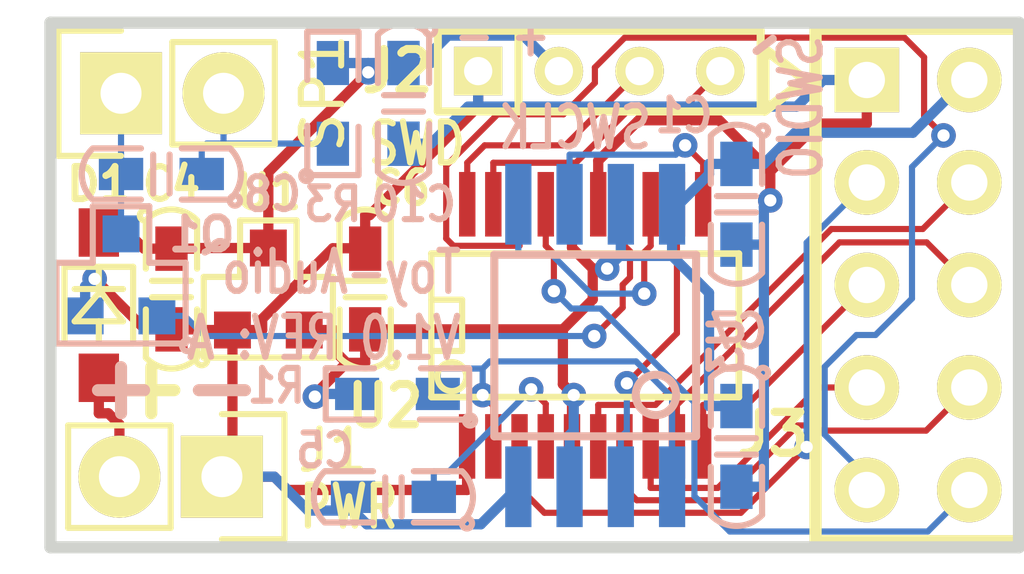
<source format=kicad_pcb>
(kicad_pcb (version 4) (host pcbnew 4.0.0-rc2-stable)

  (general
    (links 50)
    (no_connects 0)
    (area 93.5726 87.0998 122.2752 104.405971)
    (thickness 1.6)
    (drawings 15)
    (tracks 258)
    (zones 0)
    (modules 18)
    (nets 23)
  )

  (page A4)
  (layers
    (0 F.Cu signal hide)
    (31 B.Cu signal)
    (32 B.Adhes user)
    (33 F.Adhes user)
    (34 B.Paste user)
    (35 F.Paste user)
    (36 B.SilkS user)
    (37 F.SilkS user hide)
    (38 B.Mask user)
    (39 F.Mask user)
    (40 Dwgs.User user)
    (41 Cmts.User user)
    (42 Eco1.User user)
    (43 Eco2.User user)
    (44 Edge.Cuts user)
    (45 Margin user)
    (46 B.CrtYd user)
    (47 F.CrtYd user)
    (48 B.Fab user)
    (49 F.Fab user)
  )

  (setup
    (last_trace_width 0.1524)
    (trace_clearance 0.1524)
    (zone_clearance 0.508)
    (zone_45_only no)
    (trace_min 0.1524)
    (segment_width 0.2)
    (edge_width 0.3)
    (via_size 0.6096)
    (via_drill 0.3048)
    (via_min_size 0.6096)
    (via_min_drill 0.3048)
    (uvia_size 0.3)
    (uvia_drill 0.1)
    (uvias_allowed no)
    (uvia_min_size 0.2)
    (uvia_min_drill 0.1)
    (pcb_text_width 0.3)
    (pcb_text_size 1.5 1.5)
    (mod_edge_width 0.2)
    (mod_text_size 1 1)
    (mod_text_width 0.15)
    (pad_size 0.50038 1.7)
    (pad_drill 0.6)
    (pad_to_mask_clearance 0)
    (aux_axis_origin 169 103)
    (grid_origin 169 103)
    (visible_elements 7FFEBFFF)
    (pcbplotparams
      (layerselection 0x000f0_80000001)
      (usegerberextensions true)
      (excludeedgelayer true)
      (linewidth 0.100000)
      (plotframeref false)
      (viasonmask false)
      (mode 1)
      (useauxorigin true)
      (hpglpennumber 1)
      (hpglpenspeed 20)
      (hpglpendiameter 15)
      (hpglpenoverlay 2)
      (psnegative false)
      (psa4output false)
      (plotreference true)
      (plotvalue false)
      (plotinvisibletext false)
      (padsonsilk false)
      (subtractmaskfromsilk true)
      (outputformat 1)
      (mirror false)
      (drillshape 0)
      (scaleselection 1)
      (outputdirectory Gerber/))
  )

  (net 0 "")
  (net 1 GND)
  (net 2 VCC)
  (net 3 VDD)
  (net 4 "Net-(C8-Pad1)")
  (net 5 "Net-(C8-Pad2)")
  (net 6 "Net-(D1-PadA)")
  (net 7 /SWCLK)
  (net 8 /SWDIO)
  (net 9 /SDA1)
  (net 10 /SCL1)
  (net 11 /UART2_EN)
  (net 12 /USART2_CTS)
  (net 13 /USART2_CK)
  (net 14 /USART2_RX)
  (net 15 /USART2_TX)
  (net 16 /USART2_RTS)
  (net 17 /PWM)
  (net 18 /~CS-FL)
  (net 19 /SCK1)
  (net 20 /MISO1)
  (net 21 /MOSI1)
  (net 22 "Net-(C5-Pad1)")

  (net_class Default "Dit is de standaard class."
    (clearance 0.1524)
    (trace_width 0.1524)
    (via_dia 0.6096)
    (via_drill 0.3048)
    (uvia_dia 0.3)
    (uvia_drill 0.1)
    (add_net /MISO1)
    (add_net /MOSI1)
    (add_net /PWM)
    (add_net /SCK1)
    (add_net /SCL1)
    (add_net /SDA1)
    (add_net /SWCLK)
    (add_net /SWDIO)
    (add_net /UART2_EN)
    (add_net /USART2_CK)
    (add_net /USART2_CTS)
    (add_net /USART2_RTS)
    (add_net /USART2_RX)
    (add_net /USART2_TX)
    (add_net /~CS-FL)
    (add_net "Net-(C5-Pad1)")
    (add_net "Net-(C8-Pad1)")
    (add_net "Net-(C8-Pad2)")
  )

  (net_class PWR ""
    (clearance 0.1524)
    (trace_width 0.254)
    (via_dia 0.6096)
    (via_drill 0.3048)
    (uvia_dia 0.3)
    (uvia_drill 0.1)
    (add_net GND)
    (add_net "Net-(D1-PadA)")
    (add_net VCC)
    (add_net VDD)
  )

  (module MvdL:C0603 (layer F.Cu) (tedit 55EE03CC) (tstamp 55EDFFDA)
    (at 99 96.6 270)
    (path /55EEE893)
    (attr smd)
    (fp_text reference C4 (at -2.6 0 360) (layer F.SilkS)
      (effects (font (size 0.8128 0.7112) (thickness 0.1524)))
    )
    (fp_text value 10u (at 0.0254 1.143 270) (layer F.Fab)
      (effects (font (size 0.50038 0.50038) (thickness 0.10922)))
    )
    (fp_line (start 0.2032 -0.4826) (end 0.2032 0.4826) (layer F.SilkS) (width 0.1524))
    (fp_line (start -0.2032 -0.4826) (end -0.2032 0.4826) (layer F.SilkS) (width 0.1524))
    (fp_line (start 0.5064 -0.635) (end 1.7002 -0.635) (layer F.SilkS) (width 0.1524))
    (fp_line (start 0.5064 0.635) (end 1.7002 0.635) (layer F.SilkS) (width 0.1524))
    (fp_arc (start 1.0906 0) (end 1.7002 0.635) (angle -90) (layer F.SilkS) (width 0.1524))
    (fp_arc (start -1.0906 0) (end -1.7002 0.635) (angle 90) (layer F.SilkS) (width 0.1524))
    (fp_line (start -0.5064 0.635) (end -1.7002 0.635) (layer F.SilkS) (width 0.1524))
    (fp_line (start -0.5064 -0.635) (end -1.7002 -0.635) (layer F.SilkS) (width 0.1524))
    (fp_circle (center -1.8224 0.658) (end -1.8224 0.531) (layer F.SilkS) (width 0.1524))
    (pad 1 smd rect (at -1 0 270) (size 1.1 0.8) (layers F.Cu F.Paste F.Mask)
      (net 2 VCC) (clearance 0.1524))
    (pad 2 smd rect (at 1 0 270) (size 1.1 0.8) (layers F.Cu F.Paste F.Mask)
      (net 1 GND) (clearance 0.1524))
    (model smd/chip_cms.wrl
      (at (xyz 0 0 0))
      (scale (xyz 0.1 0.1 0.1))
      (rotate (xyz 0 0 0))
    )
  )

  (module MvdL:C0603 (layer B.Cu) (tedit 55EF3857) (tstamp 55EDFFE0)
    (at 104.5 101.75 180)
    (path /55EEED18)
    (attr smd)
    (fp_text reference C5 (at 1.7 1.15 180) (layer B.SilkS)
      (effects (font (size 0.8128 0.7112) (thickness 0.1524)) (justify mirror))
    )
    (fp_text value 100n (at 0.0254 -1.143 180) (layer B.Fab)
      (effects (font (size 0.50038 0.50038) (thickness 0.10922)) (justify mirror))
    )
    (fp_line (start 0.2032 0.4826) (end 0.2032 -0.4826) (layer B.SilkS) (width 0.1524))
    (fp_line (start -0.2032 0.4826) (end -0.2032 -0.4826) (layer B.SilkS) (width 0.1524))
    (fp_line (start 0.5064 0.635) (end 1.7002 0.635) (layer B.SilkS) (width 0.1524))
    (fp_line (start 0.5064 -0.635) (end 1.7002 -0.635) (layer B.SilkS) (width 0.1524))
    (fp_arc (start 1.0906 0) (end 1.7002 -0.635) (angle 90) (layer B.SilkS) (width 0.1524))
    (fp_arc (start -1.0906 0) (end -1.7002 -0.635) (angle -90) (layer B.SilkS) (width 0.1524))
    (fp_line (start -0.5064 -0.635) (end -1.7002 -0.635) (layer B.SilkS) (width 0.1524))
    (fp_line (start -0.5064 0.635) (end -1.7002 0.635) (layer B.SilkS) (width 0.1524))
    (fp_circle (center -1.8224 -0.658) (end -1.8224 -0.531) (layer B.SilkS) (width 0.1524))
    (pad 1 smd rect (at -1 0 180) (size 1.1 0.8) (layers B.Cu B.Paste B.Mask)
      (net 22 "Net-(C5-Pad1)") (clearance 0.1524))
    (pad 2 smd rect (at 1 0 180) (size 1.1 0.8) (layers B.Cu B.Paste B.Mask)
      (net 1 GND) (clearance 0.1524))
    (model smd/chip_cms.wrl
      (at (xyz 0 0 0))
      (scale (xyz 0.1 0.1 0.1))
      (rotate (xyz 0 0 0))
    )
  )

  (module MvdL:C0603 (layer F.Cu) (tedit 55F1E250) (tstamp 55EDFFE6)
    (at 103.8 96.6 90)
    (path /55EEE9C5)
    (attr smd)
    (fp_text reference C6 (at 2.5 0.9 180) (layer F.SilkS)
      (effects (font (size 0.8128 0.7112) (thickness 0.1524)))
    )
    (fp_text value 1u (at 0.0254 1.143 90) (layer F.Fab)
      (effects (font (size 0.50038 0.50038) (thickness 0.10922)))
    )
    (fp_line (start 0.2032 -0.4826) (end 0.2032 0.4826) (layer F.SilkS) (width 0.1524))
    (fp_line (start -0.2032 -0.4826) (end -0.2032 0.4826) (layer F.SilkS) (width 0.1524))
    (fp_line (start 0.5064 -0.635) (end 1.7002 -0.635) (layer F.SilkS) (width 0.1524))
    (fp_line (start 0.5064 0.635) (end 1.7002 0.635) (layer F.SilkS) (width 0.1524))
    (fp_arc (start 1.0906 0) (end 1.7002 0.635) (angle -90) (layer F.SilkS) (width 0.1524))
    (fp_arc (start -1.0906 0) (end -1.7002 0.635) (angle 90) (layer F.SilkS) (width 0.1524))
    (fp_line (start -0.5064 0.635) (end -1.7002 0.635) (layer F.SilkS) (width 0.1524))
    (fp_line (start -0.5064 -0.635) (end -1.7002 -0.635) (layer F.SilkS) (width 0.1524))
    (fp_circle (center -1.8224 0.658) (end -1.8224 0.531) (layer F.SilkS) (width 0.1524))
    (pad 1 smd rect (at -1 0 90) (size 1.1 0.8) (layers F.Cu F.Paste F.Mask)
      (net 3 VDD) (clearance 0.1524))
    (pad 2 smd rect (at 1 0 90) (size 1.1 0.8) (layers F.Cu F.Paste F.Mask)
      (net 1 GND) (clearance 0.1524))
    (model smd/chip_cms.wrl
      (at (xyz 0 0 0))
      (scale (xyz 0.1 0.1 0.1))
      (rotate (xyz 0 0 0))
    )
  )

  (module MvdL:C0603 (layer B.Cu) (tedit 55EEB3DE) (tstamp 55EDFFEC)
    (at 113 100.5 270)
    (path /55D300C8)
    (attr smd)
    (fp_text reference C7 (at -2.85 -0.05 540) (layer B.SilkS)
      (effects (font (size 0.8128 0.7112) (thickness 0.1524)) (justify mirror))
    )
    (fp_text value 10u (at 0.0254 -1.143 270) (layer B.Fab)
      (effects (font (size 0.50038 0.50038) (thickness 0.10922)) (justify mirror))
    )
    (fp_line (start 0.2032 0.4826) (end 0.2032 -0.4826) (layer B.SilkS) (width 0.1524))
    (fp_line (start -0.2032 0.4826) (end -0.2032 -0.4826) (layer B.SilkS) (width 0.1524))
    (fp_line (start 0.5064 0.635) (end 1.7002 0.635) (layer B.SilkS) (width 0.1524))
    (fp_line (start 0.5064 -0.635) (end 1.7002 -0.635) (layer B.SilkS) (width 0.1524))
    (fp_arc (start 1.0906 0) (end 1.7002 -0.635) (angle 90) (layer B.SilkS) (width 0.1524))
    (fp_arc (start -1.0906 0) (end -1.7002 -0.635) (angle -90) (layer B.SilkS) (width 0.1524))
    (fp_line (start -0.5064 -0.635) (end -1.7002 -0.635) (layer B.SilkS) (width 0.1524))
    (fp_line (start -0.5064 0.635) (end -1.7002 0.635) (layer B.SilkS) (width 0.1524))
    (fp_circle (center -1.8224 -0.658) (end -1.8224 -0.531) (layer B.SilkS) (width 0.1524))
    (pad 1 smd rect (at -1 0 270) (size 1.1 0.8) (layers B.Cu B.Paste B.Mask)
      (net 3 VDD) (clearance 0.1524))
    (pad 2 smd rect (at 1 0 270) (size 1.1 0.8) (layers B.Cu B.Paste B.Mask)
      (net 1 GND) (clearance 0.1524))
    (model smd/chip_cms.wrl
      (at (xyz 0 0 0))
      (scale (xyz 0.1 0.1 0.1))
      (rotate (xyz 0 0 0))
    )
  )

  (module MvdL:C0603 (layer B.Cu) (tedit 55EEB3CB) (tstamp 55EDFFF2)
    (at 98.75 93.75 180)
    (path /55EC5984)
    (attr smd)
    (fp_text reference C8 (at -2.75 -0.5 180) (layer B.SilkS)
      (effects (font (size 0.8128 0.7112) (thickness 0.1524)) (justify mirror))
    )
    (fp_text value 22nF (at 0.0254 -1.143 180) (layer B.Fab)
      (effects (font (size 0.50038 0.50038) (thickness 0.10922)) (justify mirror))
    )
    (fp_line (start 0.2032 0.4826) (end 0.2032 -0.4826) (layer B.SilkS) (width 0.1524))
    (fp_line (start -0.2032 0.4826) (end -0.2032 -0.4826) (layer B.SilkS) (width 0.1524))
    (fp_line (start 0.5064 0.635) (end 1.7002 0.635) (layer B.SilkS) (width 0.1524))
    (fp_line (start 0.5064 -0.635) (end 1.7002 -0.635) (layer B.SilkS) (width 0.1524))
    (fp_arc (start 1.0906 0) (end 1.7002 -0.635) (angle 90) (layer B.SilkS) (width 0.1524))
    (fp_arc (start -1.0906 0) (end -1.7002 -0.635) (angle -90) (layer B.SilkS) (width 0.1524))
    (fp_line (start -0.5064 -0.635) (end -1.7002 -0.635) (layer B.SilkS) (width 0.1524))
    (fp_line (start -0.5064 0.635) (end -1.7002 0.635) (layer B.SilkS) (width 0.1524))
    (fp_circle (center -1.8224 -0.658) (end -1.8224 -0.531) (layer B.SilkS) (width 0.1524))
    (pad 1 smd rect (at -1 0 180) (size 1.1 0.8) (layers B.Cu B.Paste B.Mask)
      (net 4 "Net-(C8-Pad1)") (clearance 0.1524))
    (pad 2 smd rect (at 1 0 180) (size 1.1 0.8) (layers B.Cu B.Paste B.Mask)
      (net 5 "Net-(C8-Pad2)") (clearance 0.1524))
    (model smd/chip_cms.wrl
      (at (xyz 0 0 0))
      (scale (xyz 0.1 0.1 0.1))
      (rotate (xyz 0 0 0))
    )
  )

  (module MvdL:C0603 (layer B.Cu) (tedit 55F1DFB6) (tstamp 55EDFFFE)
    (at 104.75 92 270)
    (path /55EC5971)
    (attr smd)
    (fp_text reference C10 (at 2.5 -0.25 360) (layer B.SilkS)
      (effects (font (size 0.8128 0.7112) (thickness 0.1524)) (justify mirror))
    )
    (fp_text value 10uF (at 0.0254 -1.143 270) (layer B.Fab)
      (effects (font (size 0.50038 0.50038) (thickness 0.10922)) (justify mirror))
    )
    (fp_line (start 0.2032 0.4826) (end 0.2032 -0.4826) (layer B.SilkS) (width 0.1524))
    (fp_line (start -0.2032 0.4826) (end -0.2032 -0.4826) (layer B.SilkS) (width 0.1524))
    (fp_line (start 0.5064 0.635) (end 1.7002 0.635) (layer B.SilkS) (width 0.1524))
    (fp_line (start 0.5064 -0.635) (end 1.7002 -0.635) (layer B.SilkS) (width 0.1524))
    (fp_arc (start 1.0906 0) (end 1.7002 -0.635) (angle 90) (layer B.SilkS) (width 0.1524))
    (fp_arc (start -1.0906 0) (end -1.7002 -0.635) (angle -90) (layer B.SilkS) (width 0.1524))
    (fp_line (start -0.5064 -0.635) (end -1.7002 -0.635) (layer B.SilkS) (width 0.1524))
    (fp_line (start -0.5064 0.635) (end -1.7002 0.635) (layer B.SilkS) (width 0.1524))
    (fp_circle (center -1.8224 -0.658) (end -1.8224 -0.531) (layer B.SilkS) (width 0.1524))
    (pad 1 smd rect (at -1 0 270) (size 1.1 0.8) (layers B.Cu B.Paste B.Mask)
      (net 2 VCC) (clearance 0.1524))
    (pad 2 smd rect (at 1 0 270) (size 1.1 0.8) (layers B.Cu B.Paste B.Mask)
      (net 1 GND) (clearance 0.1524))
    (model smd/chip_cms.wrl
      (at (xyz 0 0 0))
      (scale (xyz 0.1 0.1 0.1))
      (rotate (xyz 0 0 0))
    )
  )

  (module MvdL:SOD-123 (layer F.Cu) (tedit 55EE034C) (tstamp 55EE000A)
    (at 97.2 97 270)
    (path /548FBF10)
    (fp_text reference D1 (at -3 0 360) (layer F.SilkS)
      (effects (font (size 0.8 0.8) (thickness 0.17)))
    )
    (fp_text value MBR0520LT1G (at 0.1 1.6 270) (layer F.Fab)
      (effects (font (size 0.8 0.8) (thickness 0.15)))
    )
    (fp_line (start 0.4 0) (end 0.95 0) (layer F.SilkS) (width 0.1524))
    (fp_line (start -0.4 0) (end -0.95 0) (layer F.SilkS) (width 0.1524))
    (fp_line (start -0.95 -0.85) (end -0.95 0.85) (layer F.SilkS) (width 0.1524))
    (fp_line (start -0.95 0.85) (end 0.95 0.85) (layer F.SilkS) (width 0.1524))
    (fp_line (start 0.95 0.85) (end 0.95 -0.85) (layer F.SilkS) (width 0.1524))
    (fp_line (start 0.95 -0.85) (end -0.95 -0.85) (layer F.SilkS) (width 0.1524))
    (fp_line (start -0.4 0) (end 0.4 -0.6) (layer F.SilkS) (width 0.15))
    (fp_line (start 0.4 -0.6) (end 0.4 0.6) (layer F.SilkS) (width 0.15))
    (fp_line (start 0.4 0.6) (end -0.3 0) (layer F.SilkS) (width 0.15))
    (fp_line (start -0.4 -0.6) (end -0.4 0.6) (layer F.SilkS) (width 0.15))
    (pad C smd rect (at -1.8 0 270) (size 1.2 1) (layers F.Cu F.Paste F.Mask)
      (net 2 VCC) (clearance 0.1524))
    (pad A smd rect (at 1.8 0 270) (size 1.2 1) (layers F.Cu F.Paste F.Mask)
      (net 6 "Net-(D1-PadA)") (clearance 0.1524))
  )

  (module MvdL:SOT23 (layer B.Cu) (tedit 55EE018E) (tstamp 55EE004F)
    (at 97.75 96.25)
    (descr "Module CMS SOT23 Transistore EBC")
    (tags "CMS SOT")
    (path /55EC5956)
    (attr smd)
    (fp_text reference Q1 (at 2 -1) (layer B.SilkS)
      (effects (font (size 0.8 0.8) (thickness 0.17)) (justify mirror))
    )
    (fp_text value Si2302DS (at -0.05 2.3) (layer B.Fab)
      (effects (font (size 0.762 0.762) (thickness 0.1905)) (justify mirror))
    )
    (fp_line (start -0.7 -1.7) (end -0.7 -0.3) (layer B.SilkS) (width 0.1524))
    (fp_line (start -0.7 -0.3) (end -1.6 -0.3) (layer B.SilkS) (width 0.1524))
    (fp_line (start -1.6 -0.3) (end -1.6 1.7) (layer B.SilkS) (width 0.1524))
    (fp_line (start 0.7 -0.3) (end 0.7 -1.7) (layer B.SilkS) (width 0.1524))
    (fp_line (start 1.6 1.7) (end 1.6 -0.3) (layer B.SilkS) (width 0.1524))
    (fp_line (start 1.6 -0.3) (end 0.7 -0.3) (layer B.SilkS) (width 0.1524))
    (fp_line (start -0.7 -1.7) (end 0.7 -1.7) (layer B.SilkS) (width 0.1524))
    (fp_line (start -1.6 1.7) (end 1.6 1.7) (layer B.SilkS) (width 0.1524))
    (fp_circle (center 1.65 1.75) (end 1.55 1.65) (layer B.SilkS) (width 0.15))
    (pad 2 smd rect (at -0.889 1.016) (size 0.9144 0.9144) (layers B.Cu B.Paste B.Mask)
      (net 1 GND) (die_length -2147.483648) (clearance 0.1524))
    (pad 1 smd rect (at 0.889 1.016) (size 0.9144 0.9144) (layers B.Cu B.Paste B.Mask)
      (net 17 /PWM) (clearance 0.1524))
    (pad 3 smd rect (at 0 -1.016) (size 0.9144 0.9144) (layers B.Cu B.Paste B.Mask)
      (net 5 "Net-(C8-Pad2)") (clearance 0.1524))
    (model smd/cms_sot23.wrl
      (at (xyz 0 0 0))
      (scale (xyz 0.13 0.15 0.15))
      (rotate (xyz 0 0 0))
    )
  )

  (module MvdL:R0603 (layer B.Cu) (tedit 55F1DFAE) (tstamp 55EE0061)
    (at 103 92 90)
    (path /55EC5964)
    (attr smd)
    (fp_text reference R3 (at -2.5 0 180) (layer B.SilkS)
      (effects (font (size 0.8128 0.7112) (thickness 0.1524)) (justify mirror))
    )
    (fp_text value 1R (at 0.0254 -1.143 90) (layer B.Fab)
      (effects (font (size 0.50038 0.50038) (thickness 0.10922)) (justify mirror))
    )
    (fp_line (start -1.6002 0.635) (end -1.7272 0.635) (layer B.SilkS) (width 0.1524))
    (fp_line (start -1.7772 0.635) (end -1.7772 -0.635) (layer B.SilkS) (width 0.1524))
    (fp_line (start -1.7272 -0.635) (end -1.6256 -0.635) (layer B.SilkS) (width 0.1524))
    (fp_line (start 1.6002 0.635) (end 1.7272 0.635) (layer B.SilkS) (width 0.1524))
    (fp_line (start 1.7772 0.635) (end 1.7772 -0.635) (layer B.SilkS) (width 0.1524))
    (fp_line (start 1.7272 -0.635) (end 1.6002 -0.635) (layer B.SilkS) (width 0.1524))
    (fp_line (start 0.5814 0.635) (end 1.7752 0.635) (layer B.SilkS) (width 0.1524))
    (fp_line (start 0.5814 -0.635) (end 1.7752 -0.635) (layer B.SilkS) (width 0.1524))
    (fp_line (start -0.5564 -0.635) (end -1.7502 -0.635) (layer B.SilkS) (width 0.1524))
    (fp_line (start -0.5814 0.635) (end -1.7752 0.635) (layer B.SilkS) (width 0.1524))
    (fp_circle (center -1.7974 -0.658) (end -1.7974 -0.531) (layer B.SilkS) (width 0.1524))
    (pad 1 smd rect (at -1 0 90) (size 1.0922 0.8) (layers B.Cu B.Paste B.Mask)
      (net 4 "Net-(C8-Pad1)") (clearance 0.1524))
    (pad 2 smd rect (at 1 0 90) (size 1.0922 0.8) (layers B.Cu B.Paste B.Mask)
      (net 2 VCC) (clearance 0.1524))
    (model smd/chip_cms.wrl
      (at (xyz 0 0 0))
      (scale (xyz 0.1 0.1 0.1))
      (rotate (xyz 0 0 0))
    )
  )

  (module MvdL:SOT23 (layer F.Cu) (tedit 55EE03D0) (tstamp 55EE0078)
    (at 101.4 96.6 180)
    (descr "Module CMS SOT23 Transistore EBC")
    (tags "CMS SOT")
    (path /55C87310)
    (attr smd)
    (fp_text reference U1 (at 0 2.4 180) (layer F.SilkS)
      (effects (font (size 0.8 0.8) (thickness 0.17)))
    )
    (fp_text value XC6206P332MR (at -0.05 -2.3 180) (layer F.Fab)
      (effects (font (size 0.762 0.762) (thickness 0.1905)))
    )
    (fp_line (start -0.7 1.7) (end -0.7 0.3) (layer F.SilkS) (width 0.1524))
    (fp_line (start -0.7 0.3) (end -1.6 0.3) (layer F.SilkS) (width 0.1524))
    (fp_line (start -1.6 0.3) (end -1.6 -1.7) (layer F.SilkS) (width 0.1524))
    (fp_line (start 0.7 0.3) (end 0.7 1.7) (layer F.SilkS) (width 0.1524))
    (fp_line (start 1.6 -1.7) (end 1.6 0.3) (layer F.SilkS) (width 0.1524))
    (fp_line (start 1.6 0.3) (end 0.7 0.3) (layer F.SilkS) (width 0.1524))
    (fp_line (start -0.7 1.7) (end 0.7 1.7) (layer F.SilkS) (width 0.1524))
    (fp_line (start -1.6 -1.7) (end 1.6 -1.7) (layer F.SilkS) (width 0.1524))
    (fp_circle (center 1.65 -1.75) (end 1.55 -1.65) (layer F.SilkS) (width 0.15))
    (pad 2 smd rect (at -0.889 -1.016 180) (size 0.9144 0.9144) (layers F.Cu F.Paste F.Mask)
      (net 3 VDD) (die_length -2147.483648) (clearance 0.1524))
    (pad 1 smd rect (at 0.889 -1.016 180) (size 0.9144 0.9144) (layers F.Cu F.Paste F.Mask)
      (net 1 GND) (clearance 0.1524))
    (pad 3 smd rect (at 0 1.016 180) (size 0.9144 0.9144) (layers F.Cu F.Paste F.Mask)
      (net 2 VCC) (clearance 0.1524))
    (model smd/cms_sot23.wrl
      (at (xyz 0 0 0))
      (scale (xyz 0.13 0.15 0.15))
      (rotate (xyz 0 0 0))
    )
  )

  (module MvdL:TSSOP20 (layer F.Cu) (tedit 55F1E289) (tstamp 55EE0090)
    (at 109.25 97.5)
    (descr "SSOP 20 pins")
    (tags "CMS SSOP SMD")
    (path /55EC69BE)
    (attr smd)
    (fp_text reference U2 (at -4.95 2 180) (layer F.SilkS)
      (effects (font (size 1 0.9) (thickness 0.2)))
    )
    (fp_text value STM32F030Fx (at 0 0) (layer F.Fab)
      (effects (font (size 1 1) (thickness 0.2)))
    )
    (fp_line (start 3.81 -1.778) (end -3.81 -1.778) (layer F.SilkS) (width 0.1651))
    (fp_line (start -3.81 1.778) (end 3.81 1.778) (layer F.SilkS) (width 0.1651))
    (fp_line (start 3.81 -1.778) (end 3.81 1.778) (layer F.SilkS) (width 0.1651))
    (fp_line (start -3.81 1.778) (end -3.81 -1.778) (layer F.SilkS) (width 0.1524))
    (fp_circle (center -3.302 1.27) (end -3.556 1.016) (layer F.SilkS) (width 0.1524))
    (fp_line (start -3.81 -0.635) (end -3.048 -0.635) (layer F.SilkS) (width 0.1524))
    (fp_line (start -3.048 -0.635) (end -3.048 0.635) (layer F.SilkS) (width 0.1524))
    (fp_line (start -3.048 0.635) (end -3.81 0.635) (layer F.SilkS) (width 0.1524))
    (pad 1 smd rect (at -2.925 3) (size 0.4064 1.6) (layers F.Cu F.Paste F.Mask)
      (net 1 GND))
    (pad 2 smd rect (at -2.275 3) (size 0.4064 1.6) (layers F.Cu F.Paste F.Mask)
      (net 18 /~CS-FL))
    (pad 3 smd rect (at -1.625 3) (size 0.4064 1.6) (layers F.Cu F.Paste F.Mask)
      (net 11 /UART2_EN))
    (pad 4 smd rect (at -0.975 3) (size 0.4064 1.6) (layers F.Cu F.Paste F.Mask)
      (net 22 "Net-(C5-Pad1)"))
    (pad 5 smd rect (at -0.325 3) (size 0.4064 1.6) (layers F.Cu F.Paste F.Mask)
      (net 3 VDD))
    (pad 6 smd rect (at 0.325 3) (size 0.4064 1.6) (layers F.Cu F.Paste F.Mask)
      (net 12 /USART2_CTS))
    (pad 7 smd rect (at 0.975 3) (size 0.4064 1.6) (layers F.Cu F.Paste F.Mask)
      (net 16 /USART2_RTS))
    (pad 8 smd rect (at 1.625 3) (size 0.4064 1.6) (layers F.Cu F.Paste F.Mask)
      (net 15 /USART2_TX))
    (pad 9 smd rect (at 2.275 3) (size 0.4064 1.6) (layers F.Cu F.Paste F.Mask)
      (net 14 /USART2_RX))
    (pad 10 smd rect (at 2.925 3) (size 0.4064 1.6) (layers F.Cu F.Paste F.Mask)
      (net 13 /USART2_CK))
    (pad 11 smd rect (at 2.925 -3) (size 0.4064 1.6) (layers F.Cu F.Paste F.Mask)
      (net 19 /SCK1))
    (pad 12 smd rect (at 2.275 -3) (size 0.4064 1.6) (layers F.Cu F.Paste F.Mask)
      (net 20 /MISO1))
    (pad 13 smd rect (at 1.625 -3) (size 0.4064 1.6) (layers F.Cu F.Paste F.Mask)
      (net 21 /MOSI1))
    (pad 14 smd rect (at 0.975 -3) (size 0.4064 1.6) (layers F.Cu F.Paste F.Mask)
      (net 17 /PWM))
    (pad 15 smd rect (at 0.325 -3) (size 0.4064 1.6) (layers F.Cu F.Paste F.Mask)
      (net 1 GND))
    (pad 16 smd rect (at -0.325 -3) (size 0.4064 1.6) (layers F.Cu F.Paste F.Mask)
      (net 3 VDD))
    (pad 17 smd rect (at -0.975 -3) (size 0.4064 1.6) (layers F.Cu F.Paste F.Mask)
      (net 10 /SCL1))
    (pad 18 smd rect (at -1.625 -3) (size 0.4064 1.6) (layers F.Cu F.Paste F.Mask)
      (net 9 /SDA1))
    (pad 19 smd rect (at -2.275 -3) (size 0.4064 1.6) (layers F.Cu F.Paste F.Mask)
      (net 8 /SWDIO))
    (pad 20 smd rect (at -2.921 -3) (size 0.4064 1.6) (layers F.Cu F.Paste F.Mask)
      (net 7 /SWCLK))
    (model smd/cms_so20.wrl
      (at (xyz 0 0 0))
      (scale (xyz 0.255 0.33 0.3))
      (rotate (xyz 0 0 0))
    )
  )

  (module MvdL:HDR_5x2 (layer F.Cu) (tedit 55F1E266) (tstamp 55EE3ED3)
    (at 117.5 96.5 270)
    (descr "Double rangee de contacts 2 x 5 pins")
    (tags CONN)
    (path /55EE328F)
    (fp_text reference J3 (at 3.7 3.6 360) (layer F.SilkS)
      (effects (font (size 1.016 1.016) (thickness 0.2032)))
    )
    (fp_text value CONN_01X10 (at 0 -3.81 270) (layer F.Fab) hide
      (effects (font (size 1.016 1.016) (thickness 0.2032)))
    )
    (fp_line (start -5.08 2.79) (end -5.842 3.806) (layer F.SilkS) (width 0.24892))
    (fp_line (start -5.842 3.806) (end -4.318 3.806) (layer F.SilkS) (width 0.24892))
    (fp_line (start -4.318 3.806) (end -5.08 2.79) (layer F.SilkS) (width 0.24892))
    (fp_line (start -6.35 -2.54) (end 6.35 -2.54) (layer F.SilkS) (width 0.3048))
    (fp_line (start 6.35 -2.54) (end 6.35 2.54) (layer F.SilkS) (width 0.3048))
    (fp_line (start 6.35 2.54) (end -6.35 2.54) (layer F.SilkS) (width 0.3048))
    (fp_line (start -6.35 2.54) (end -6.35 -2.54) (layer F.SilkS) (width 0.3048))
    (pad 1 thru_hole rect (at -5.08 1.27 270) (size 1.6002 1.6002) (drill 0.9) (layers *.Cu *.Mask F.SilkS)
      (net 1 GND))
    (pad 2 thru_hole circle (at -5.08 -1.27 270) (size 1.6002 1.6002) (drill 0.9) (layers *.Cu *.Mask F.SilkS)
      (net 3 VDD))
    (pad 3 thru_hole circle (at -2.54 1.27 270) (size 1.6002 1.6002) (drill 0.9) (layers *.Cu *.Mask F.SilkS)
      (net 11 /UART2_EN))
    (pad 4 thru_hole circle (at -2.54 -1.27 270) (size 1.6002 1.6002) (drill 0.9) (layers *.Cu *.Mask F.SilkS)
      (net 12 /USART2_CTS))
    (pad 5 thru_hole circle (at 0 1.27 270) (size 1.6002 1.6002) (drill 0.9) (layers *.Cu *.Mask F.SilkS)
      (net 13 /USART2_CK))
    (pad 6 thru_hole circle (at 0 -1.27 270) (size 1.6002 1.6002) (drill 0.9) (layers *.Cu *.Mask F.SilkS)
      (net 14 /USART2_RX))
    (pad 7 thru_hole circle (at 2.54 1.27 270) (size 1.6002 1.6002) (drill 0.9) (layers *.Cu *.Mask F.SilkS)
      (net 15 /USART2_TX))
    (pad 8 thru_hole circle (at 2.54 -1.27 270) (size 1.6002 1.6002) (drill 0.9) (layers *.Cu *.Mask F.SilkS)
      (net 16 /USART2_RTS))
    (pad 9 thru_hole circle (at 5.08 1.27 270) (size 1.6002 1.6002) (drill 0.9) (layers *.Cu *.Mask F.SilkS)
      (net 9 /SDA1))
    (pad 10 thru_hole circle (at 5.08 -1.27 270) (size 1.6002 1.6002) (drill 0.9) (layers *.Cu *.Mask F.SilkS)
      (net 10 /SCL1))
    (model pin_array/pins_array_5x2.wrl
      (at (xyz 0 0 0))
      (scale (xyz 1 1 1))
      (rotate (xyz 0 0 0))
    )
  )

  (module MvdL:HDR-01X4-RM2 locked (layer F.Cu) (tedit 55EE00E6) (tstamp 55EE001E)
    (at 106.6 91.2)
    (descr "Connecteur 4 pibs")
    (tags "CONN DEV")
    (path /55EEF165)
    (fp_text reference J2 (at -2 0) (layer F.SilkS)
      (effects (font (size 1 1) (thickness 0.2)))
    )
    (fp_text value CONN_01X04 (at 3 -2.5) (layer F.Fab)
      (effects (font (size 1.524 1.016) (thickness 0.254)))
    )
    (fp_line (start 1 -1) (end 1 1) (layer F.SilkS) (width 0.2))
    (fp_line (start -1 -1) (end -1 1) (layer F.SilkS) (width 0.2))
    (fp_line (start -1 1) (end 7 1) (layer F.SilkS) (width 0.2))
    (fp_line (start 7 1) (end 7 -1) (layer F.SilkS) (width 0.2))
    (fp_line (start 7 -1) (end -1 -1) (layer F.SilkS) (width 0.2))
    (pad 1 thru_hole rect (at 0 0) (size 1.2 1.2) (drill 0.7) (layers *.Cu *.Mask F.SilkS)
      (net 1 GND))
    (pad 2 thru_hole circle (at 2 0) (size 1.2 1.2) (drill 0.7) (layers *.Cu *.Mask F.SilkS)
      (net 2 VCC))
    (pad 3 thru_hole circle (at 4 0) (size 1.2 1.2) (drill 0.7) (layers *.Cu *.Mask F.SilkS)
      (net 7 /SWCLK))
    (pad 4 thru_hole circle (at 6 0) (size 1.2 1.2) (drill 0.7) (layers *.Cu *.Mask F.SilkS)
      (net 8 /SWDIO))
  )

  (module Pin_Headers:Pin_Header_Straight_1x02 (layer F.Cu) (tedit 55EE0206) (tstamp 55EE0069)
    (at 97.75 91.75 90)
    (descr "Through hole pin header")
    (tags "pin header")
    (path /55EC5935)
    (fp_text reference SP1 (at 0 5 90) (layer F.SilkS)
      (effects (font (size 1 1) (thickness 0.15)))
    )
    (fp_text value 8Ohm (at 0 -3.1 90) (layer F.Fab)
      (effects (font (size 1 1) (thickness 0.15)))
    )
    (fp_line (start 1.27 1.27) (end 1.27 3.81) (layer F.SilkS) (width 0.15))
    (fp_line (start 1.55 -1.55) (end 1.55 0) (layer F.SilkS) (width 0.15))
    (fp_line (start -1.75 -1.75) (end -1.75 4.3) (layer F.CrtYd) (width 0.05))
    (fp_line (start 1.75 -1.75) (end 1.75 4.3) (layer F.CrtYd) (width 0.05))
    (fp_line (start -1.75 -1.75) (end 1.75 -1.75) (layer F.CrtYd) (width 0.05))
    (fp_line (start -1.75 4.3) (end 1.75 4.3) (layer F.CrtYd) (width 0.05))
    (fp_line (start 1.27 1.27) (end -1.27 1.27) (layer F.SilkS) (width 0.15))
    (fp_line (start -1.55 0) (end -1.55 -1.55) (layer F.SilkS) (width 0.15))
    (fp_line (start -1.55 -1.55) (end 1.55 -1.55) (layer F.SilkS) (width 0.15))
    (fp_line (start -1.27 1.27) (end -1.27 3.81) (layer F.SilkS) (width 0.15))
    (fp_line (start -1.27 3.81) (end 1.27 3.81) (layer F.SilkS) (width 0.15))
    (pad 1 thru_hole rect (at 0 0 90) (size 2.032 2.032) (drill 1.016) (layers *.Cu *.Mask F.SilkS)
      (net 5 "Net-(C8-Pad2)"))
    (pad 2 thru_hole oval (at 0 2.54 90) (size 2.032 2.032) (drill 1.016) (layers *.Cu *.Mask F.SilkS)
      (net 4 "Net-(C8-Pad1)"))
    (model Pin_Headers.3dshapes/Pin_Header_Straight_1x02.wrl
      (at (xyz 0 -0.05 0))
      (scale (xyz 1 1 1))
      (rotate (xyz 0 0 90))
    )
  )

  (module Pin_Headers:Pin_Header_Straight_1x02 (layer F.Cu) (tedit 55F1E272) (tstamp 55EE0012)
    (at 100.25 101.25 270)
    (descr "Through hole pin header")
    (tags "pin header")
    (path /548FBD4C)
    (fp_text reference J1 (at -0.65 -2.75 360) (layer F.SilkS)
      (effects (font (size 1 1) (thickness 0.15)))
    )
    (fp_text value CONN_2 (at 0 -3.1 270) (layer F.Fab)
      (effects (font (size 1 1) (thickness 0.15)))
    )
    (fp_line (start 1.27 1.27) (end 1.27 3.81) (layer F.SilkS) (width 0.15))
    (fp_line (start 1.55 -1.55) (end 1.55 0) (layer F.SilkS) (width 0.15))
    (fp_line (start -1.75 -1.75) (end -1.75 4.3) (layer F.CrtYd) (width 0.05))
    (fp_line (start 1.75 -1.75) (end 1.75 4.3) (layer F.CrtYd) (width 0.05))
    (fp_line (start -1.75 -1.75) (end 1.75 -1.75) (layer F.CrtYd) (width 0.05))
    (fp_line (start -1.75 4.3) (end 1.75 4.3) (layer F.CrtYd) (width 0.05))
    (fp_line (start 1.27 1.27) (end -1.27 1.27) (layer F.SilkS) (width 0.15))
    (fp_line (start -1.55 0) (end -1.55 -1.55) (layer F.SilkS) (width 0.15))
    (fp_line (start -1.55 -1.55) (end 1.55 -1.55) (layer F.SilkS) (width 0.15))
    (fp_line (start -1.27 1.27) (end -1.27 3.81) (layer F.SilkS) (width 0.15))
    (fp_line (start -1.27 3.81) (end 1.27 3.81) (layer F.SilkS) (width 0.15))
    (pad 1 thru_hole rect (at 0 0 270) (size 2.032 2.032) (drill 1.016) (layers *.Cu *.Mask F.SilkS)
      (net 1 GND))
    (pad 2 thru_hole oval (at 0 2.54 270) (size 2.032 2.032) (drill 1.016) (layers *.Cu *.Mask F.SilkS)
      (net 6 "Net-(D1-PadA)"))
    (model Pin_Headers.3dshapes/Pin_Header_Straight_1x02.wrl
      (at (xyz 0 -0.05 0))
      (scale (xyz 1 1 1))
      (rotate (xyz 0 0 90))
    )
  )

  (module MvdL:C0603 (layer B.Cu) (tedit 55F1E2CD) (tstamp 55EE9A28)
    (at 113 94.5 270)
    (path /55EE9A00)
    (attr smd)
    (fp_text reference C1 (at -2.2 1.3 540) (layer B.SilkS)
      (effects (font (size 0.8128 0.7112) (thickness 0.1524)) (justify mirror))
    )
    (fp_text value 10u (at 0.0254 -1.143 270) (layer B.Fab)
      (effects (font (size 0.50038 0.50038) (thickness 0.10922)) (justify mirror))
    )
    (fp_line (start 0.2032 0.4826) (end 0.2032 -0.4826) (layer B.SilkS) (width 0.1524))
    (fp_line (start -0.2032 0.4826) (end -0.2032 -0.4826) (layer B.SilkS) (width 0.1524))
    (fp_line (start 0.5064 0.635) (end 1.7002 0.635) (layer B.SilkS) (width 0.1524))
    (fp_line (start 0.5064 -0.635) (end 1.7002 -0.635) (layer B.SilkS) (width 0.1524))
    (fp_arc (start 1.0906 0) (end 1.7002 -0.635) (angle 90) (layer B.SilkS) (width 0.1524))
    (fp_arc (start -1.0906 0) (end -1.7002 -0.635) (angle -90) (layer B.SilkS) (width 0.1524))
    (fp_line (start -0.5064 -0.635) (end -1.7002 -0.635) (layer B.SilkS) (width 0.1524))
    (fp_line (start -0.5064 0.635) (end -1.7002 0.635) (layer B.SilkS) (width 0.1524))
    (fp_circle (center -1.8224 -0.658) (end -1.8224 -0.531) (layer B.SilkS) (width 0.1524))
    (pad 1 smd rect (at -1 0 270) (size 1.1 0.8) (layers B.Cu B.Paste B.Mask)
      (net 3 VDD) (clearance 0.1524))
    (pad 2 smd rect (at 1 0 270) (size 1.1 0.8) (layers B.Cu B.Paste B.Mask)
      (net 1 GND) (clearance 0.1524))
    (model smd/chip_cms.wrl
      (at (xyz 0 0 0))
      (scale (xyz 0.1 0.1 0.1))
      (rotate (xyz 0 0 0))
    )
  )

  (module MvdL:R0603 (layer B.Cu) (tedit 55EF386A) (tstamp 55EF3841)
    (at 104.6 99.2 180)
    (path /55EF382D)
    (attr smd)
    (fp_text reference R1 (at 3 0.2 180) (layer B.SilkS)
      (effects (font (size 0.8128 0.7112) (thickness 0.1524)) (justify mirror))
    )
    (fp_text value 100k (at 0.0254 -1.143 180) (layer B.Fab)
      (effects (font (size 0.50038 0.50038) (thickness 0.10922)) (justify mirror))
    )
    (fp_line (start -1.6002 0.635) (end -1.7272 0.635) (layer B.SilkS) (width 0.1524))
    (fp_line (start -1.7772 0.635) (end -1.7772 -0.635) (layer B.SilkS) (width 0.1524))
    (fp_line (start -1.7272 -0.635) (end -1.6256 -0.635) (layer B.SilkS) (width 0.1524))
    (fp_line (start 1.6002 0.635) (end 1.7272 0.635) (layer B.SilkS) (width 0.1524))
    (fp_line (start 1.7772 0.635) (end 1.7772 -0.635) (layer B.SilkS) (width 0.1524))
    (fp_line (start 1.7272 -0.635) (end 1.6002 -0.635) (layer B.SilkS) (width 0.1524))
    (fp_line (start 0.5814 0.635) (end 1.7752 0.635) (layer B.SilkS) (width 0.1524))
    (fp_line (start 0.5814 -0.635) (end 1.7752 -0.635) (layer B.SilkS) (width 0.1524))
    (fp_line (start -0.5564 -0.635) (end -1.7502 -0.635) (layer B.SilkS) (width 0.1524))
    (fp_line (start -0.5814 0.635) (end -1.7752 0.635) (layer B.SilkS) (width 0.1524))
    (fp_circle (center -1.7974 -0.658) (end -1.7974 -0.531) (layer B.SilkS) (width 0.1524))
    (pad 1 smd rect (at -1 0 180) (size 1.0922 0.8) (layers B.Cu B.Paste B.Mask)
      (net 18 /~CS-FL) (clearance 0.1524))
    (pad 2 smd rect (at 1 0 180) (size 1.0922 0.8) (layers B.Cu B.Paste B.Mask)
      (net 3 VDD) (clearance 0.1524))
    (model smd/chip_cms.wrl
      (at (xyz 0 0 0))
      (scale (xyz 0.1 0.1 0.1))
      (rotate (xyz 0 0 0))
    )
  )

  (module MvdL:SOIC-8-208mil (layer B.Cu) (tedit 55EF3F2C) (tstamp 55EE009C)
    (at 109.5 98 90)
    (descr "Small Outline w/ Pins")
    (tags "SOIC SSOP TSSOP")
    (path /548FE3C4)
    (attr smd)
    (fp_text reference U3 (at 0 3.25 90) (layer B.SilkS)
      (effects (font (size 0.8 0.7) (thickness 0.17)) (justify mirror))
    )
    (fp_text value W25Q128FVSIG (at 0 -3.505 90) (layer B.Fab)
      (effects (font (size 1 1) (thickness 0.15)) (justify mirror))
    )
    (fp_line (start 2.25 2.5) (end 2.25 -2.5) (layer B.SilkS) (width 0.2))
    (fp_line (start -2.25 2.5) (end -2.25 -2.5) (layer B.SilkS) (width 0.2))
    (fp_line (start 2.25 -2.5) (end -2.25 -2.5) (layer B.SilkS) (width 0.2))
    (fp_line (start -2.25 2.5) (end 2.25 2.5) (layer B.SilkS) (width 0.2))
    (fp_circle (center -1.225 1.505) (end -0.725 1.505) (layer B.SilkS) (width 0.2))
    (pad 1 smd rect (at -3.5 1.905 90) (size 2 0.65) (layers B.Cu B.Paste B.Mask)
      (net 18 /~CS-FL))
    (pad 2 smd rect (at -3.5 0.635 90) (size 2 0.65) (layers B.Cu B.Paste B.Mask)
      (net 20 /MISO1))
    (pad 3 smd rect (at -3.5 -0.635 90) (size 2 0.65) (layers B.Cu B.Paste B.Mask)
      (net 3 VDD))
    (pad 4 smd rect (at -3.5 -1.905 90) (size 2 0.65) (layers B.Cu B.Paste B.Mask)
      (net 1 GND))
    (pad 5 smd rect (at 3.5 -1.905 90) (size 2 0.65) (layers B.Cu B.Paste B.Mask)
      (net 21 /MOSI1))
    (pad 6 smd rect (at 3.5 -0.635 90) (size 2 0.65) (layers B.Cu B.Paste B.Mask)
      (net 19 /SCK1))
    (pad 7 smd rect (at 3.5 0.635 90) (size 2 0.65) (layers B.Cu B.Paste B.Mask)
      (net 3 VDD))
    (pad 8 smd rect (at 3.5 1.905 90) (size 2 0.65) (layers B.Cu B.Paste B.Mask)
      (net 3 VDD))
    (model DMC3028LSD.wrl
      (at (xyz 0 0 0))
      (scale (xyz 0.3937 0.3937 0.3937))
      (rotate (xyz 0 0 0))
    )
  )

  (gr_line (start 113.9 90.4) (end 113.5 90.7) (angle 90) (layer B.SilkS) (width 0.2))
  (gr_text PWR (at 102.1 102) (layer F.SilkS)
    (effects (font (size 1.016 0.762) (thickness 0.1524)) (justify left))
  )
  (gr_line (start 120 103) (end 96 103) (angle 90) (layer Edge.Cuts) (width 0.3))
  (gr_line (start 120 90) (end 120 103) (angle 90) (layer Edge.Cuts) (width 0.3))
  (gr_line (start 96 90) (end 120 90) (angle 90) (layer Edge.Cuts) (width 0.3))
  (gr_text + (at 107.9 90.3) (layer B.SilkS)
    (effects (font (size 1.016 0.762) (thickness 0.1524)) (justify mirror))
  )
  (gr_text - (at 106.5 90.3) (layer B.SilkS)
    (effects (font (size 1.016 0.762) (thickness 0.1524)) (justify mirror))
  )
  (gr_text SWCLK (at 109 92.6) (layer B.SilkS)
    (effects (font (size 1.016 0.762) (thickness 0.1524)) (justify mirror))
  )
  (gr_text SWDIO (at 114.6 92.1 90) (layer B.SilkS)
    (effects (font (size 1.016 0.762) (thickness 0.1524)) (justify mirror))
  )
  (gr_text - (at 100.25 99) (layer B.SilkS)
    (effects (font (size 1.5 1.5) (thickness 0.3)) (justify mirror))
  )
  (gr_text + (at 97.75 99) (layer B.SilkS)
    (effects (font (size 1.5 1.5) (thickness 0.3)) (justify mirror))
  )
  (gr_text SWD (at 103.8 93) (layer F.SilkS)
    (effects (font (size 1.016 0.762) (thickness 0.1524)) (justify left))
  )
  (gr_text "Toy-Audio\nV1.0 REV: A" (at 106.25 97) (layer B.SilkS)
    (effects (font (size 1.016 0.762) (thickness 0.1524)) (justify left mirror))
  )
  (gr_text + (at 98.5 99) (layer F.SilkS)
    (effects (font (size 1.5 1.5) (thickness 0.3)))
  )
  (gr_line (start 96 90) (end 96 103) (angle 90) (layer Edge.Cuts) (width 0.3))

  (via (at 97.0959 96.3498) (size 0.6096) (layers F.Cu B.Cu) (net 1))
  (via (at 113.8386 94.4035) (size 0.6096) (layers F.Cu B.Cu) (net 1))
  (segment (start 104.75 93) (end 105.4297 93) (width 0.254) (layer B.Cu) (net 1))
  (segment (start 99 97.6) (end 98.3203 97.6) (width 0.254) (layer F.Cu) (net 1))
  (segment (start 96.9166 96.5291) (end 97.0959 96.3498) (width 0.254) (layer B.Cu) (net 1))
  (segment (start 96.861 96.5291) (end 96.9166 96.5291) (width 0.254) (layer B.Cu) (net 1))
  (segment (start 98.3203 97.5742) (end 97.0959 96.3498) (width 0.254) (layer F.Cu) (net 1))
  (segment (start 98.3203 97.6) (end 98.3203 97.5742) (width 0.254) (layer F.Cu) (net 1))
  (segment (start 96.861 97.266) (end 96.861 96.5291) (width 0.254) (layer B.Cu) (net 1))
  (segment (start 103.9094 94.7703) (end 103.8 94.7703) (width 0.254) (layer F.Cu) (net 1))
  (segment (start 106.6 92.0797) (end 103.9094 94.7703) (width 0.254) (layer F.Cu) (net 1))
  (segment (start 106.6 91.2) (end 106.6 92.0797) (width 0.254) (layer F.Cu) (net 1))
  (segment (start 103.8 95.4881) (end 103.8 94.7703) (width 0.254) (layer F.Cu) (net 1))
  (segment (start 103.8 95.4881) (end 103.8 95.5798) (width 0.254) (layer F.Cu) (net 1))
  (segment (start 106.325 100.5) (end 106.325 101.5797) (width 0.254) (layer F.Cu) (net 1))
  (segment (start 106.6 91.2) (end 106.6 91.978) (width 0.254) (layer B.Cu) (net 1))
  (segment (start 116.23 91.42) (end 116.23 92.4998) (width 0.254) (layer F.Cu) (net 1))
  (segment (start 103.5 101.75) (end 103.5 102.0898) (width 0.254) (layer B.Cu) (net 1))
  (segment (start 102.3855 102.0898) (end 101.5457 101.25) (width 0.254) (layer B.Cu) (net 1))
  (segment (start 103.5 102.0898) (end 102.3855 102.0898) (width 0.254) (layer B.Cu) (net 1))
  (segment (start 100.25 101.25) (end 101.5457 101.25) (width 0.254) (layer B.Cu) (net 1))
  (segment (start 109.575 94.5) (end 109.575 93.4203) (width 0.254) (layer F.Cu) (net 1))
  (segment (start 106.6 91.978) (end 106.6 92.0798) (width 0.254) (layer B.Cu) (net 1))
  (segment (start 106.3499 92.0798) (end 106.6 92.0798) (width 0.254) (layer B.Cu) (net 1))
  (segment (start 105.4297 93) (end 106.3499 92.0798) (width 0.254) (layer B.Cu) (net 1))
  (segment (start 114.4904 92.0798) (end 115.1502 91.42) (width 0.254) (layer B.Cu) (net 1))
  (segment (start 106.6 92.0798) (end 114.4904 92.0798) (width 0.254) (layer B.Cu) (net 1))
  (segment (start 116.23 91.42) (end 115.1502 91.42) (width 0.254) (layer B.Cu) (net 1))
  (segment (start 103.84 102.4298) (end 103.5 102.0898) (width 0.254) (layer B.Cu) (net 1))
  (segment (start 106.6652 102.4298) (end 103.84 102.4298) (width 0.254) (layer B.Cu) (net 1))
  (segment (start 107.595 101.5) (end 106.6652 102.4298) (width 0.254) (layer B.Cu) (net 1))
  (segment (start 113 95.5) (end 113.578 95.5) (width 0.254) (layer B.Cu) (net 1))
  (segment (start 113 101.5) (end 113.6797 101.5) (width 0.254) (layer B.Cu) (net 1))
  (segment (start 101.8754 101.5797) (end 101.5457 101.25) (width 0.254) (layer F.Cu) (net 1))
  (segment (start 106.325 101.5797) (end 101.8754 101.5797) (width 0.254) (layer F.Cu) (net 1))
  (segment (start 99.6957 97.616) (end 99.6797 97.6) (width 0.254) (layer F.Cu) (net 1))
  (segment (start 100.511 97.616) (end 99.6957 97.616) (width 0.254) (layer F.Cu) (net 1))
  (segment (start 99 97.6) (end 99.6797 97.6) (width 0.254) (layer F.Cu) (net 1))
  (segment (start 100.25 101.25) (end 100.8979 101.25) (width 0.254) (layer F.Cu) (net 1))
  (segment (start 100.8979 101.25) (end 101.5457 101.25) (width 0.254) (layer F.Cu) (net 1))
  (segment (start 100.511 100.8631) (end 100.511 97.616) (width 0.254) (layer F.Cu) (net 1))
  (segment (start 100.8979 101.25) (end 100.511 100.8631) (width 0.254) (layer F.Cu) (net 1))
  (segment (start 103.8 95.6) (end 103.8 95.5899) (width 0.254) (layer F.Cu) (net 1))
  (segment (start 103.8 95.5899) (end 103.8 95.5798) (width 0.254) (layer F.Cu) (net 1))
  (segment (start 101.2479 97.3396) (end 101.2479 97.616) (width 0.254) (layer F.Cu) (net 1))
  (segment (start 102.9976 95.5899) (end 101.2479 97.3396) (width 0.254) (layer F.Cu) (net 1))
  (segment (start 103.8 95.5899) (end 102.9976 95.5899) (width 0.254) (layer F.Cu) (net 1))
  (segment (start 100.511 97.616) (end 101.2479 97.616) (width 0.254) (layer F.Cu) (net 1))
  (segment (start 113.6797 94.5624) (end 113.6797 95.5) (width 0.254) (layer B.Cu) (net 1))
  (segment (start 113.8386 94.4035) (end 113.6797 94.5624) (width 0.254) (layer B.Cu) (net 1))
  (segment (start 113.578 95.5) (end 113.6797 95.5) (width 0.254) (layer B.Cu) (net 1))
  (segment (start 113.6797 95.5) (end 113.6797 101.5) (width 0.254) (layer B.Cu) (net 1))
  (segment (start 115.0234 92.4998) (end 116.23 92.4998) (width 0.254) (layer F.Cu) (net 1))
  (segment (start 113.8386 93.6846) (end 115.0234 92.4998) (width 0.254) (layer F.Cu) (net 1))
  (segment (start 112.573 92.419) (end 113.8386 93.6846) (width 0.254) (layer F.Cu) (net 1))
  (segment (start 110.5763 92.419) (end 112.573 92.419) (width 0.254) (layer F.Cu) (net 1))
  (segment (start 109.575 93.4203) (end 110.5763 92.419) (width 0.254) (layer F.Cu) (net 1))
  (segment (start 113.8386 93.6846) (end 113.8386 94.4035) (width 0.254) (layer F.Cu) (net 1))
  (via (at 103.875 91.23) (size 0.6096) (layers F.Cu B.Cu) (net 2))
  (segment (start 97.9797 95.2594) (end 98.3203 95.6) (width 0.254) (layer F.Cu) (net 2))
  (segment (start 97.9797 95.2) (end 97.9797 95.2594) (width 0.254) (layer F.Cu) (net 2))
  (segment (start 99 95.6) (end 98.3203 95.6) (width 0.254) (layer F.Cu) (net 2))
  (segment (start 97.2 95.2) (end 97.9797 95.2) (width 0.254) (layer F.Cu) (net 2))
  (segment (start 103.875 91) (end 103.875 91.23) (width 0.254) (layer B.Cu) (net 2))
  (segment (start 104.75 91) (end 103.875 91) (width 0.254) (layer B.Cu) (net 2))
  (segment (start 103.875 91) (end 103 91) (width 0.254) (layer B.Cu) (net 2))
  (segment (start 101.4 93.705) (end 101.4 95.584) (width 0.254) (layer F.Cu) (net 2))
  (segment (start 103.875 91.23) (end 101.4 93.705) (width 0.254) (layer F.Cu) (net 2))
  (segment (start 99 95.6) (end 99.6797 95.6) (width 0.254) (layer F.Cu) (net 2))
  (segment (start 99.6957 95.584) (end 99.6797 95.6) (width 0.254) (layer F.Cu) (net 2))
  (segment (start 101.4 95.584) (end 99.6957 95.584) (width 0.254) (layer F.Cu) (net 2))
  (segment (start 105.4297 90.745) (end 105.4297 91) (width 0.254) (layer B.Cu) (net 2))
  (segment (start 105.8544 90.3203) (end 105.4297 90.745) (width 0.254) (layer B.Cu) (net 2))
  (segment (start 107.7203 90.3203) (end 105.8544 90.3203) (width 0.254) (layer B.Cu) (net 2))
  (segment (start 108.6 91.2) (end 107.7203 90.3203) (width 0.254) (layer B.Cu) (net 2))
  (segment (start 104.75 91) (end 105.4297 91) (width 0.254) (layer B.Cu) (net 2))
  (via (at 108.968 99.2281) (size 0.6096) (layers F.Cu B.Cu) (net 3))
  (via (at 102.5534 99.2666) (size 0.6096) (layers F.Cu B.Cu) (net 3))
  (via (at 109.7957 96.0935) (size 0.6096) (layers F.Cu B.Cu) (net 3))
  (segment (start 110.135 94.5) (end 110.135 95.7797) (width 0.254) (layer B.Cu) (net 3))
  (segment (start 108.865 101.5) (end 108.865 100.2203) (width 0.254) (layer B.Cu) (net 3))
  (segment (start 108.968 100.1173) (end 108.968 99.2281) (width 0.254) (layer B.Cu) (net 3))
  (segment (start 108.865 100.2203) (end 108.968 100.1173) (width 0.254) (layer B.Cu) (net 3))
  (segment (start 113 93.5) (end 113.6797 93.5) (width 0.254) (layer B.Cu) (net 3))
  (segment (start 103.8 97.6) (end 103.8 98.4297) (width 0.254) (layer F.Cu) (net 3))
  (segment (start 102.289 97.616) (end 103.0259 97.616) (width 0.254) (layer F.Cu) (net 3))
  (segment (start 103.0259 98.1167) (end 103.3389 98.4297) (width 0.254) (layer F.Cu) (net 3))
  (segment (start 103.0259 97.616) (end 103.0259 98.1167) (width 0.254) (layer F.Cu) (net 3))
  (segment (start 103.3389 98.4297) (end 103.8 98.4297) (width 0.254) (layer F.Cu) (net 3))
  (segment (start 103.6 99.2) (end 102.7742 99.2) (width 0.254) (layer B.Cu) (net 3))
  (segment (start 102.7076 99.2666) (end 102.7742 99.2) (width 0.254) (layer B.Cu) (net 3))
  (segment (start 102.5534 99.2666) (end 102.7076 99.2666) (width 0.254) (layer B.Cu) (net 3))
  (segment (start 102.5534 99.2152) (end 102.5534 99.2666) (width 0.254) (layer F.Cu) (net 3))
  (segment (start 103.3389 98.4297) (end 102.5534 99.2152) (width 0.254) (layer F.Cu) (net 3))
  (segment (start 113 99.5) (end 112.3203 99.5) (width 0.254) (layer B.Cu) (net 3))
  (segment (start 110.1095 95.7797) (end 109.7957 96.0935) (width 0.254) (layer B.Cu) (net 3))
  (segment (start 110.135 95.7797) (end 110.1095 95.7797) (width 0.254) (layer B.Cu) (net 3))
  (segment (start 108.925 94.5) (end 108.925 95.5797) (width 0.254) (layer F.Cu) (net 3))
  (segment (start 108.925 99.2711) (end 108.968 99.2281) (width 0.254) (layer F.Cu) (net 3))
  (segment (start 108.925 100.5) (end 108.925 99.2711) (width 0.254) (layer F.Cu) (net 3))
  (segment (start 109.7957 96.0935) (end 109.4388 96.0935) (width 0.254) (layer F.Cu) (net 3))
  (segment (start 109.4388 96.0935) (end 108.925 95.5797) (width 0.254) (layer F.Cu) (net 3))
  (segment (start 103.8 97.6) (end 104.4797 97.6) (width 0.254) (layer F.Cu) (net 3))
  (segment (start 108.699 97.6) (end 104.4797 97.6) (width 0.254) (layer F.Cu) (net 3))
  (segment (start 108.699 98.9591) (end 108.699 97.6) (width 0.254) (layer F.Cu) (net 3))
  (segment (start 108.968 99.2281) (end 108.699 98.9591) (width 0.254) (layer F.Cu) (net 3))
  (segment (start 114.452 92.7277) (end 113.6797 93.5) (width 0.254) (layer B.Cu) (net 3))
  (segment (start 117.3717 92.7277) (end 114.452 92.7277) (width 0.254) (layer B.Cu) (net 3))
  (segment (start 118.6794 91.42) (end 117.3717 92.7277) (width 0.254) (layer B.Cu) (net 3))
  (segment (start 118.77 91.42) (end 118.6794 91.42) (width 0.254) (layer B.Cu) (net 3))
  (segment (start 109.4388 96.8602) (end 108.699 97.6) (width 0.254) (layer F.Cu) (net 3))
  (segment (start 109.4388 96.0935) (end 109.4388 96.8602) (width 0.254) (layer F.Cu) (net 3))
  (segment (start 112.3203 96.695) (end 111.405 95.7797) (width 0.254) (layer B.Cu) (net 3))
  (segment (start 112.3203 99.5) (end 112.3203 96.695) (width 0.254) (layer B.Cu) (net 3))
  (segment (start 111.405 95.7797) (end 110.135 95.7797) (width 0.254) (layer B.Cu) (net 3))
  (segment (start 111.405 94.6868) (end 111.405 95.7797) (width 0.254) (layer B.Cu) (net 3))
  (segment (start 111.405 94.6868) (end 111.405 94.6702) (width 0.254) (layer B.Cu) (net 3))
  (segment (start 111.405 94.5) (end 111.405 94.6702) (width 0.254) (layer B.Cu) (net 3))
  (segment (start 112.3203 93.7549) (end 112.3203 93.5) (width 0.254) (layer B.Cu) (net 3))
  (segment (start 111.405 94.6702) (end 112.3203 93.7549) (width 0.254) (layer B.Cu) (net 3))
  (segment (start 113 93.5) (end 112.3203 93.5) (width 0.254) (layer B.Cu) (net 3))
  (segment (start 100.29 91.75) (end 100.29 92.9949) (width 0.1524) (layer B.Cu) (net 4))
  (segment (start 99.8762 92.9949) (end 99.75 93.1211) (width 0.1524) (layer B.Cu) (net 4))
  (segment (start 99.75 93.75) (end 99.75 93.1211) (width 0.1524) (layer B.Cu) (net 4))
  (segment (start 100.29 92.9949) (end 99.8762 92.9949) (width 0.1524) (layer B.Cu) (net 4))
  (segment (start 102.366 92.9949) (end 100.29 92.9949) (width 0.1524) (layer B.Cu) (net 4))
  (segment (start 102.3711 93) (end 102.366 92.9949) (width 0.1524) (layer B.Cu) (net 4))
  (segment (start 103 93) (end 102.3711 93) (width 0.1524) (layer B.Cu) (net 4))
  (segment (start 97.75 91.75) (end 97.75 93.75) (width 0.1524) (layer B.Cu) (net 5))
  (segment (start 97.75 95.234) (end 97.75 93.75) (width 0.1524) (layer B.Cu) (net 5))
  (segment (start 97.4354 99.6797) (end 97.2 99.6797) (width 0.254) (layer F.Cu) (net 6))
  (segment (start 97.71 99.9543) (end 97.4354 99.6797) (width 0.254) (layer F.Cu) (net 6))
  (segment (start 97.71 101.25) (end 97.71 99.9543) (width 0.254) (layer F.Cu) (net 6))
  (segment (start 97.2 98.8) (end 97.2 99.6797) (width 0.254) (layer F.Cu) (net 6))
  (segment (start 106.329 94.5) (end 106.329 93.4711) (width 0.1524) (layer F.Cu) (net 7))
  (segment (start 106.7608 93.0393) (end 106.329 93.4711) (width 0.1524) (layer F.Cu) (net 7))
  (segment (start 108.7607 93.0393) (end 106.7608 93.0393) (width 0.1524) (layer F.Cu) (net 7))
  (segment (start 110.6 91.2) (end 108.7607 93.0393) (width 0.1524) (layer F.Cu) (net 7))
  (segment (start 109.0207 93.4711) (end 106.975 93.4711) (width 0.1524) (layer F.Cu) (net 8))
  (segment (start 110.4628 92.029) (end 109.0207 93.4711) (width 0.1524) (layer F.Cu) (net 8))
  (segment (start 111.771 92.029) (end 110.4628 92.029) (width 0.1524) (layer F.Cu) (net 8))
  (segment (start 112.6 91.2) (end 111.771 92.029) (width 0.1524) (layer F.Cu) (net 8))
  (segment (start 106.975 94.5) (end 106.975 93.4711) (width 0.1524) (layer F.Cu) (net 8))
  (via (at 118.1313 92.7946) (size 0.6096) (layers F.Cu B.Cu) (net 9))
  (segment (start 105.9883 95.5289) (end 107.625 95.5289) (width 0.1524) (layer F.Cu) (net 9))
  (segment (start 105.8079 95.3485) (end 105.9883 95.5289) (width 0.1524) (layer F.Cu) (net 9))
  (segment (start 105.8079 93.544) (end 105.8079 95.3485) (width 0.1524) (layer F.Cu) (net 9))
  (segment (start 107.0804 92.2715) (end 105.8079 93.544) (width 0.1524) (layer F.Cu) (net 9))
  (segment (start 108.7136 92.2715) (end 107.0804 92.2715) (width 0.1524) (layer F.Cu) (net 9))
  (segment (start 109.4922 91.4929) (end 108.7136 92.2715) (width 0.1524) (layer F.Cu) (net 9))
  (segment (start 109.4922 91.1097) (end 109.4922 91.4929) (width 0.1524) (layer F.Cu) (net 9))
  (segment (start 110.2309 90.371) (end 109.4922 91.1097) (width 0.1524) (layer F.Cu) (net 9))
  (segment (start 117.1645 90.371) (end 110.2309 90.371) (width 0.1524) (layer F.Cu) (net 9))
  (segment (start 117.65 90.8565) (end 117.1645 90.371) (width 0.1524) (layer F.Cu) (net 9))
  (segment (start 117.65 92.3133) (end 117.65 90.8565) (width 0.1524) (layer F.Cu) (net 9))
  (segment (start 118.1313 92.7946) (end 117.65 92.3133) (width 0.1524) (layer F.Cu) (net 9))
  (segment (start 107.625 94.5) (end 107.625 95.5289) (width 0.1524) (layer F.Cu) (net 9))
  (segment (start 117.35 93.5759) (end 118.1313 92.7946) (width 0.1524) (layer B.Cu) (net 9))
  (segment (start 117.35 96.8354) (end 117.35 93.5759) (width 0.1524) (layer B.Cu) (net 9))
  (segment (start 116.446 97.7394) (end 117.35 96.8354) (width 0.1524) (layer B.Cu) (net 9))
  (segment (start 115.975 97.7394) (end 116.446 97.7394) (width 0.1524) (layer B.Cu) (net 9))
  (segment (start 115.1873 98.5271) (end 115.975 97.7394) (width 0.1524) (layer B.Cu) (net 9))
  (segment (start 115.1873 100.207) (end 115.1873 98.5271) (width 0.1524) (layer B.Cu) (net 9))
  (segment (start 116.23 101.2497) (end 115.1873 100.207) (width 0.1524) (layer B.Cu) (net 9))
  (segment (start 116.23 101.58) (end 116.23 101.2497) (width 0.1524) (layer B.Cu) (net 9))
  (via (at 108.476 96.6526) (size 0.6096) (layers F.Cu B.Cu) (net 10))
  (segment (start 108.476 95.7299) (end 108.476 96.6526) (width 0.1524) (layer F.Cu) (net 10))
  (segment (start 108.275 95.5289) (end 108.476 95.7299) (width 0.1524) (layer F.Cu) (net 10))
  (segment (start 117.7409 102.6091) (end 118.77 101.58) (width 0.1524) (layer B.Cu) (net 10))
  (segment (start 112.8347 102.6091) (end 117.7409 102.6091) (width 0.1524) (layer B.Cu) (net 10))
  (segment (start 111.959 101.7334) (end 112.8347 102.6091) (width 0.1524) (layer B.Cu) (net 10))
  (segment (start 111.959 99.4089) (end 111.959 101.7334) (width 0.1524) (layer B.Cu) (net 10))
  (segment (start 109.6342 97.0841) (end 111.959 99.4089) (width 0.1524) (layer B.Cu) (net 10))
  (segment (start 108.9075 97.0841) (end 109.6342 97.0841) (width 0.1524) (layer B.Cu) (net 10))
  (segment (start 108.476 96.6526) (end 108.9075 97.0841) (width 0.1524) (layer B.Cu) (net 10))
  (segment (start 108.275 94.5) (end 108.275 95.5289) (width 0.1524) (layer F.Cu) (net 10))
  (via (at 114.7398 100.5144) (size 0.6096) (layers F.Cu B.Cu) (net 11))
  (segment (start 114.7398 95.4502) (end 114.7398 100.5144) (width 0.1524) (layer B.Cu) (net 11))
  (segment (start 116.23 93.96) (end 114.7398 95.4502) (width 0.1524) (layer B.Cu) (net 11))
  (segment (start 108.2411 102.145) (end 107.625 101.5289) (width 0.1524) (layer F.Cu) (net 11))
  (segment (start 113.1092 102.145) (end 108.2411 102.145) (width 0.1524) (layer F.Cu) (net 11))
  (segment (start 114.7398 100.5144) (end 113.1092 102.145) (width 0.1524) (layer F.Cu) (net 11))
  (segment (start 107.625 100.5) (end 107.625 101.5289) (width 0.1524) (layer F.Cu) (net 11))
  (segment (start 109.575 100.5) (end 109.575 99.4711) (width 0.1524) (layer F.Cu) (net 12))
  (segment (start 117.6171 95.1129) (end 118.77 93.96) (width 0.1524) (layer F.Cu) (net 12))
  (segment (start 115.3519 95.1129) (end 117.6171 95.1129) (width 0.1524) (layer F.Cu) (net 12))
  (segment (start 110.9937 99.4711) (end 115.3519 95.1129) (width 0.1524) (layer F.Cu) (net 12))
  (segment (start 109.575 99.4711) (end 110.9937 99.4711) (width 0.1524) (layer F.Cu) (net 12))
  (segment (start 113.2589 99.4711) (end 112.175 99.4711) (width 0.1524) (layer F.Cu) (net 13))
  (segment (start 116.23 96.5) (end 113.2589 99.4711) (width 0.1524) (layer F.Cu) (net 13))
  (segment (start 112.175 100.5) (end 112.175 99.4711) (width 0.1524) (layer F.Cu) (net 13))
  (segment (start 115.5516 95.4445) (end 111.525 99.4711) (width 0.1524) (layer F.Cu) (net 14))
  (segment (start 117.7145 95.4445) (end 115.5516 95.4445) (width 0.1524) (layer F.Cu) (net 14))
  (segment (start 118.77 96.5) (end 117.7145 95.4445) (width 0.1524) (layer F.Cu) (net 14))
  (segment (start 111.525 100.5) (end 111.525 99.4711) (width 0.1524) (layer F.Cu) (net 14))
  (segment (start 110.875 100.5) (end 110.875 101.5289) (width 0.1524) (layer F.Cu) (net 15))
  (segment (start 112.539 101.5289) (end 110.875 101.5289) (width 0.1524) (layer F.Cu) (net 15))
  (segment (start 115.0279 99.04) (end 112.539 101.5289) (width 0.1524) (layer F.Cu) (net 15))
  (segment (start 116.23 99.04) (end 115.0279 99.04) (width 0.1524) (layer F.Cu) (net 15))
  (segment (start 110.225 100.5) (end 110.225 101.5289) (width 0.1524) (layer F.Cu) (net 16))
  (segment (start 110.5301 101.834) (end 110.225 101.5289) (width 0.1524) (layer F.Cu) (net 16))
  (segment (start 112.6655 101.834) (end 110.5301 101.834) (width 0.1524) (layer F.Cu) (net 16))
  (segment (start 114.5188 99.9807) (end 112.6655 101.834) (width 0.1524) (layer F.Cu) (net 16))
  (segment (start 114.961 99.9807) (end 114.5188 99.9807) (width 0.1524) (layer F.Cu) (net 16))
  (segment (start 115.089 100.1087) (end 114.961 99.9807) (width 0.1524) (layer F.Cu) (net 16))
  (segment (start 117.7013 100.1087) (end 115.089 100.1087) (width 0.1524) (layer F.Cu) (net 16))
  (segment (start 118.77 99.04) (end 117.7013 100.1087) (width 0.1524) (layer F.Cu) (net 16))
  (via (at 109.4758 97.7652) (size 0.6096) (layers F.Cu B.Cu) (net 17))
  (segment (start 110.225 94.5) (end 110.225 95.5289) (width 0.1524) (layer F.Cu) (net 17))
  (segment (start 98.639 97.266) (end 99.3251 97.266) (width 0.1524) (layer B.Cu) (net 17))
  (segment (start 99.8243 97.7652) (end 109.4758 97.7652) (width 0.1524) (layer B.Cu) (net 17))
  (segment (start 99.3251 97.266) (end 99.8243 97.7652) (width 0.1524) (layer B.Cu) (net 17))
  (segment (start 110.1812 97.0598) (end 109.4758 97.7652) (width 0.1524) (layer F.Cu) (net 17))
  (segment (start 110.1812 96.4927) (end 110.1812 97.0598) (width 0.1524) (layer F.Cu) (net 17))
  (segment (start 110.3621 96.3118) (end 110.1812 96.4927) (width 0.1524) (layer F.Cu) (net 17))
  (segment (start 110.3621 95.666) (end 110.3621 96.3118) (width 0.1524) (layer F.Cu) (net 17))
  (segment (start 110.225 95.5289) (end 110.3621 95.666) (width 0.1524) (layer F.Cu) (net 17))
  (via (at 106.711 99.2282) (size 0.6096) (layers F.Cu B.Cu) (net 18))
  (segment (start 105.6 99.2) (end 105.6 98.5711) (width 0.1524) (layer B.Cu) (net 18))
  (segment (start 111.405 101.5) (end 111.405 100.2711) (width 0.1524) (layer B.Cu) (net 18))
  (segment (start 106.9539 99.4711) (end 106.975 99.4711) (width 0.1524) (layer F.Cu) (net 18))
  (segment (start 106.711 99.2282) (end 106.9539 99.4711) (width 0.1524) (layer F.Cu) (net 18))
  (segment (start 106.975 100.5) (end 106.975 99.4711) (width 0.1524) (layer F.Cu) (net 18))
  (segment (start 105.6 98.5711) (end 106.711 98.5711) (width 0.1524) (layer B.Cu) (net 18))
  (segment (start 106.711 98.5711) (end 106.711 99.2282) (width 0.1524) (layer B.Cu) (net 18))
  (segment (start 111.405 99.2866) (end 111.405 100.2711) (width 0.1524) (layer B.Cu) (net 18))
  (segment (start 110.5122 98.3938) (end 111.405 99.2866) (width 0.1524) (layer B.Cu) (net 18))
  (segment (start 106.8883 98.3938) (end 110.5122 98.3938) (width 0.1524) (layer B.Cu) (net 18))
  (segment (start 106.711 98.5711) (end 106.8883 98.3938) (width 0.1524) (layer B.Cu) (net 18))
  (via (at 111.7286 93.0396) (size 0.6096) (layers F.Cu B.Cu) (net 19))
  (segment (start 111.4971 93.2711) (end 111.7286 93.0396) (width 0.1524) (layer B.Cu) (net 19))
  (segment (start 108.865 93.2711) (end 111.4971 93.2711) (width 0.1524) (layer B.Cu) (net 19))
  (segment (start 112.1601 93.4711) (end 112.175 93.4711) (width 0.1524) (layer F.Cu) (net 19))
  (segment (start 111.7286 93.0396) (end 112.1601 93.4711) (width 0.1524) (layer F.Cu) (net 19))
  (segment (start 112.175 94.5) (end 112.175 93.4711) (width 0.1524) (layer F.Cu) (net 19))
  (segment (start 108.865 94.5) (end 108.865 93.2711) (width 0.1524) (layer B.Cu) (net 19))
  (via (at 110.2839 98.9373) (size 0.6096) (layers F.Cu B.Cu) (net 20))
  (segment (start 110.135 101.5) (end 110.135 100.2711) (width 0.1524) (layer B.Cu) (net 20))
  (segment (start 110.2838 98.9373) (end 110.2839 98.9373) (width 0.1524) (layer B.Cu) (net 20))
  (segment (start 110.2838 100.1223) (end 110.2838 98.9373) (width 0.1524) (layer B.Cu) (net 20))
  (segment (start 110.135 100.2711) (end 110.2838 100.1223) (width 0.1524) (layer B.Cu) (net 20))
  (segment (start 111.525 94.5) (end 111.525 95.5289) (width 0.1524) (layer F.Cu) (net 20))
  (segment (start 111.525 97.6962) (end 111.525 95.5289) (width 0.1524) (layer F.Cu) (net 20))
  (segment (start 110.2839 98.9373) (end 111.525 97.6962) (width 0.1524) (layer F.Cu) (net 20))
  (via (at 110.7149 96.7138) (size 0.6096) (layers F.Cu B.Cu) (net 21))
  (segment (start 109.3888 96.7138) (end 110.7149 96.7138) (width 0.1524) (layer B.Cu) (net 21))
  (segment (start 108.4039 95.7289) (end 109.3888 96.7138) (width 0.1524) (layer B.Cu) (net 21))
  (segment (start 107.595 95.7289) (end 108.4039 95.7289) (width 0.1524) (layer B.Cu) (net 21))
  (segment (start 110.7149 95.689) (end 110.875 95.5289) (width 0.1524) (layer F.Cu) (net 21))
  (segment (start 110.7149 96.7138) (end 110.7149 95.689) (width 0.1524) (layer F.Cu) (net 21))
  (segment (start 110.875 94.5) (end 110.875 95.5289) (width 0.1524) (layer F.Cu) (net 21))
  (segment (start 107.595 94.5) (end 107.595 95.7289) (width 0.1524) (layer B.Cu) (net 21))
  (via (at 107.9141 99.085) (size 0.6096) (layers F.Cu B.Cu) (net 22))
  (segment (start 108.275 99.4459) (end 107.9141 99.085) (width 0.1524) (layer F.Cu) (net 22))
  (segment (start 108.275 100.5) (end 108.275 99.4459) (width 0.1524) (layer F.Cu) (net 22))
  (segment (start 105.878 101.1211) (end 105.5 101.1211) (width 0.1524) (layer B.Cu) (net 22))
  (segment (start 107.9141 99.085) (end 105.878 101.1211) (width 0.1524) (layer B.Cu) (net 22))
  (segment (start 105.5 101.75) (end 105.5 101.1211) (width 0.1524) (layer B.Cu) (net 22))

)

</source>
